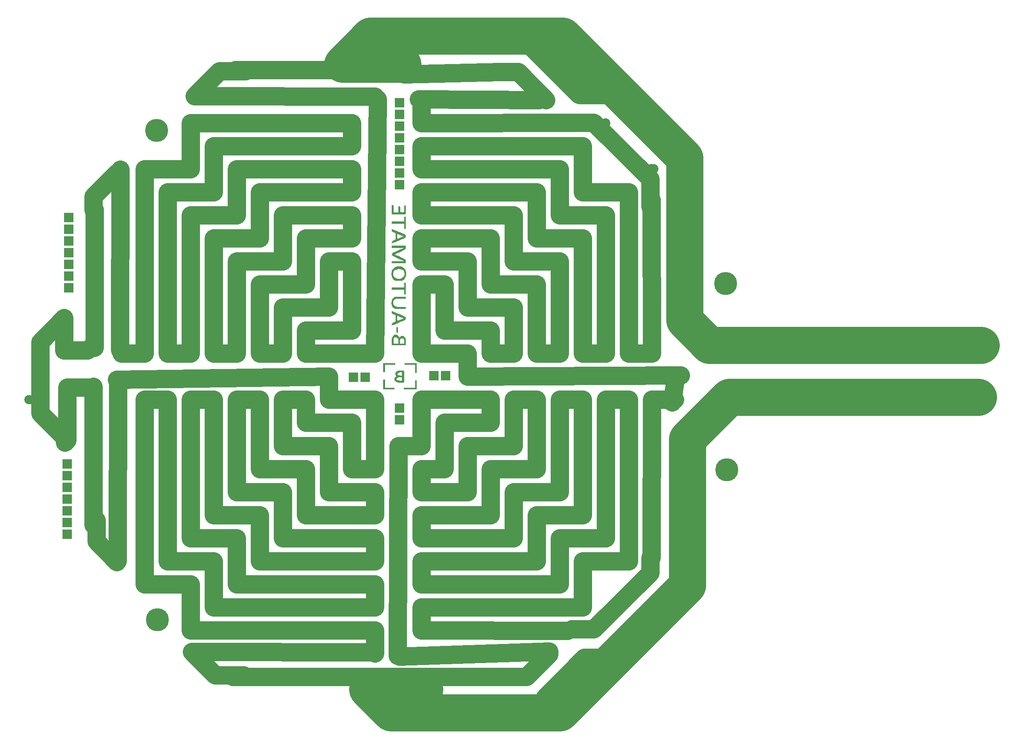
<source format=gbr>
G04 DipTrace 2.4.0.2*
%INTop.gbr*%
%MOIN*%
%ADD12C,0.003*%
%ADD13C,0.0394*%
%ADD14C,0.1575*%
%ADD15C,0.315*%
%ADD16C,0.1969*%
%ADD17C,0.0787*%
%ADD18R,0.0787X0.0787*%
%ADD19R,0.0591X0.0591*%
%ADD20C,0.0591*%
%FSLAX44Y44*%
G04*
G70*
G90*
G75*
G01*
%LNTop*%
%LPD*%
X19314Y14563D2*
D13*
X19501D1*
D14*
X21501Y12563D1*
X23939D1*
D13*
X24595Y11907D1*
X24689Y12000D1*
X19751Y62006D2*
D14*
X21876Y64131D1*
X24064D1*
X23939Y64256D1*
X39378Y11375D2*
D15*
X34503D1*
X36503Y9375D1*
X50942D1*
X61818Y20251D1*
Y32753D1*
X65381Y36315D1*
X86633D1*
X37503Y64756D2*
X32377D1*
X34753Y67131D1*
X51192D1*
X61568Y56755D1*
Y42879D1*
X63693Y40753D1*
X86883D1*
X60505Y35878D2*
D14*
X60818Y38003D1*
X53130Y59755D2*
X53817D1*
X58630Y54942D1*
Y52567D1*
X58755Y52692D1*
X51942Y16501D2*
X53817D1*
X58630Y21314D1*
Y22626D1*
X58755Y22751D1*
Y24377D1*
X46066Y12438D2*
X48067D1*
X50004Y14376D1*
X11125Y52317D2*
Y53442D1*
X13125Y55442D1*
X13250D1*
X11375Y25814D2*
Y24002D1*
X13125Y22251D1*
X45879Y64068D2*
X47379D1*
X49754Y61693D1*
X49629Y10688D2*
X53005Y14063D1*
X54505D1*
X48754Y66194D2*
D16*
X52630Y62318D1*
X55067D1*
X11063Y37128D2*
D14*
X8875D1*
Y32628D1*
X8688Y32440D1*
X11063Y40753D2*
X10625Y40316D1*
X8625D1*
Y43066D1*
X6562Y41003D1*
Y34940D1*
X8875Y32628D1*
D16*
X16501Y59068D3*
X16563Y17313D3*
X65193Y30127D3*
X65068Y46004D3*
D18*
X37253Y54442D3*
Y55442D3*
Y56442D3*
Y57442D3*
Y58442D3*
Y59442D3*
Y60442D3*
Y61442D3*
X9000Y45629D3*
Y46629D3*
Y47629D3*
Y48629D3*
Y49629D3*
Y50629D3*
Y51629D3*
X8875Y24627D3*
Y25627D3*
Y26627D3*
Y27627D3*
Y28627D3*
Y29627D3*
Y30627D3*
D19*
Y24627D3*
D20*
Y25627D3*
Y26627D3*
Y27627D3*
Y28627D3*
Y29627D3*
Y30627D3*
D18*
X33315Y38003D3*
X34315D3*
X40191Y38128D3*
X41191D3*
X37253Y34378D3*
Y35378D3*
Y14188D2*
D14*
X50004Y14626D1*
X19501Y14563D2*
X34909Y14537D1*
X23007Y12440D2*
X34818D1*
X34446D2*
X46257D1*
X19751Y62006D2*
X35159Y61979D1*
X38878Y61756D2*
X49129Y61693D1*
X37633Y63883D2*
X45879Y64068D1*
X23257Y64258D2*
X35068D1*
X13493Y40034D2*
D17*
G02X13493Y40034I13J0D01*
G01*
X15474D2*
D14*
X13506D1*
X13493D2*
D17*
G02X13493Y40034I13J0D01*
G01*
X15461D2*
G02X15461Y40034I13J0D01*
G01*
X15474Y55782D2*
D14*
Y40034D1*
X15461D2*
D17*
G02X15461Y40034I13J0D01*
G01*
Y55782D2*
G02X15461Y55782I13J0D01*
G01*
X19411D2*
D14*
X15474D1*
X15461D2*
D17*
G02X15461Y55782I13J0D01*
G01*
X19398D2*
G02X19398Y55782I13J0D01*
G01*
X19411Y59719D2*
D14*
Y55782D1*
X19398D2*
D17*
G02X19398Y55782I13J0D01*
G01*
Y59719D2*
G02X19398Y59719I13J0D01*
G01*
X33191D2*
D14*
X19411D1*
X19398D2*
D17*
G02X19398Y59719I13J0D01*
G01*
X33178D2*
G02X33178Y59719I13J0D01*
G01*
X33191Y57751D2*
D14*
Y59719D1*
X33178D2*
D17*
G02X33178Y59719I13J0D01*
G01*
Y57751D2*
G02X33178Y57751I13J0D01*
G01*
X21380D2*
D14*
X33191D1*
X33178D2*
D17*
G02X33178Y57751I13J0D01*
G01*
X21367D2*
G02X21367Y57751I13J0D01*
G01*
X21380Y53814D2*
D14*
Y57751D1*
X21367D2*
D17*
G02X21367Y57751I13J0D01*
G01*
Y53814D2*
G02X21367Y53814I13J0D01*
G01*
X17443D2*
D14*
X21380D1*
X21367D2*
D17*
G02X21367Y53814I13J0D01*
G01*
X17430D2*
G02X17430Y53814I13J0D01*
G01*
X17443Y40034D2*
D14*
Y53814D1*
X17430D2*
D17*
G02X17430Y53814I13J0D01*
G01*
Y40034D2*
G02X17430Y40034I13J0D01*
G01*
X19411D2*
D14*
X17443D1*
X17430D2*
D17*
G02X17430Y40034I13J0D01*
G01*
X19398D2*
G02X19398Y40034I13J0D01*
G01*
X19411Y51845D2*
D14*
Y40034D1*
X19398D2*
D17*
G02X19398Y40034I13J0D01*
G01*
Y51845D2*
G02X19398Y51845I13J0D01*
G01*
X23348D2*
D14*
X19411D1*
X19398D2*
D17*
G02X19398Y51845I13J0D01*
G01*
X23335D2*
G02X23335Y51845I13J0D01*
G01*
X23348Y55782D2*
D14*
Y51845D1*
X23335D2*
D17*
G02X23335Y51845I13J0D01*
G01*
Y55782D2*
G02X23335Y55782I13J0D01*
G01*
X33191D2*
D14*
X23348D1*
X23335D2*
D17*
G02X23335Y55782I13J0D01*
G01*
X33178D2*
G02X33178Y55782I13J0D01*
G01*
X33191Y53814D2*
D14*
Y55782D1*
X33178D2*
D17*
G02X33178Y55782I13J0D01*
G01*
Y53814D2*
G02X33178Y53814I13J0D01*
G01*
X25317D2*
D14*
X33191D1*
X33178D2*
D17*
G02X33178Y53814I13J0D01*
G01*
X25304D2*
G02X25304Y53814I13J0D01*
G01*
X25317Y49877D2*
D14*
Y53814D1*
X25304D2*
D17*
G02X25304Y53814I13J0D01*
G01*
Y49877D2*
G02X25304Y49877I13J0D01*
G01*
X21380D2*
D14*
X25317D1*
X25304D2*
D17*
G02X25304Y49877I13J0D01*
G01*
X21367D2*
G02X21367Y49877I13J0D01*
G01*
X21380Y40034D2*
D14*
Y49877D1*
X21367D2*
D17*
G02X21367Y49877I13J0D01*
G01*
Y40034D2*
G02X21367Y40034I13J0D01*
G01*
X23348D2*
D14*
X21380D1*
X21367D2*
D17*
G02X21367Y40034I13J0D01*
G01*
X23335D2*
G02X23335Y40034I13J0D01*
G01*
X23348Y47908D2*
D14*
Y40034D1*
X23335D2*
D17*
G02X23335Y40034I13J0D01*
G01*
Y47908D2*
G02X23335Y47908I13J0D01*
G01*
X27285D2*
D14*
X23348D1*
X23335D2*
D17*
G02X23335Y47908I13J0D01*
G01*
X27272D2*
G02X27272Y47908I13J0D01*
G01*
X27285Y51845D2*
D14*
Y47908D1*
X27272D2*
D17*
G02X27272Y47908I13J0D01*
G01*
Y51845D2*
G02X27272Y51845I13J0D01*
G01*
X33191D2*
D14*
X27285D1*
X27272D2*
D17*
G02X27272Y51845I13J0D01*
G01*
X33178D2*
G02X33178Y51845I13J0D01*
G01*
X33191Y49877D2*
D14*
Y51845D1*
X33178D2*
D17*
G02X33178Y51845I13J0D01*
G01*
Y49877D2*
G02X33178Y49877I13J0D01*
G01*
X29254D2*
D14*
X33191D1*
X33178D2*
D17*
G02X33178Y49877I13J0D01*
G01*
X29241D2*
G02X29241Y49877I13J0D01*
G01*
X29254Y45940D2*
D14*
Y49877D1*
X29241D2*
D17*
G02X29241Y49877I13J0D01*
G01*
Y45940D2*
G02X29241Y45940I13J0D01*
G01*
X25317D2*
D14*
X29254D1*
X29241D2*
D17*
G02X29241Y45940I13J0D01*
G01*
X25304D2*
G02X25304Y45940I13J0D01*
G01*
X25317Y40034D2*
D14*
Y45940D1*
X25304D2*
D17*
G02X25304Y45940I13J0D01*
G01*
Y40034D2*
G02X25304Y40034I13J0D01*
G01*
X27285D2*
D14*
X25317D1*
X25304D2*
D17*
G02X25304Y40034I13J0D01*
G01*
X27272D2*
G02X27272Y40034I13J0D01*
G01*
X27285Y43971D2*
D14*
Y40034D1*
X27272D2*
D17*
G02X27272Y40034I13J0D01*
G01*
Y43971D2*
G02X27272Y43971I13J0D01*
G01*
X31222D2*
D14*
X27285D1*
X27272D2*
D17*
G02X27272Y43971I13J0D01*
G01*
X31209D2*
G02X31209Y43971I13J0D01*
G01*
X31222Y47908D2*
D14*
Y43971D1*
X31209D2*
D17*
G02X31209Y43971I13J0D01*
G01*
Y47908D2*
G02X31209Y47908I13J0D01*
G01*
X33191D2*
D14*
X31222D1*
X31209D2*
D17*
G02X31209Y47908I13J0D01*
G01*
X33178D2*
G02X33178Y47908I13J0D01*
G01*
X33191Y42003D2*
D14*
Y47908D1*
X33178D2*
D17*
G02X33178Y47908I13J0D01*
G01*
Y42003D2*
G02X33178Y42003I13J0D01*
G01*
X29254D2*
D14*
X33191D1*
X33178D2*
D17*
G02X33178Y42003I13J0D01*
G01*
X29241D2*
G02X29241Y42003I13J0D01*
G01*
X29254Y40034D2*
D14*
Y42003D1*
X29241D2*
D17*
G02X29241Y42003I13J0D01*
G01*
Y40034D2*
G02X29241Y40034I13J0D01*
G01*
X35159D2*
D14*
X29254D1*
X29241D2*
D17*
G02X29241Y40034I13J0D01*
G01*
X35146D2*
G02X35146Y40034I13J0D01*
G01*
X35159D2*
D14*
X35378Y61756D1*
X35146Y40034D2*
D17*
G02X35146Y40034I13J0D01*
G01*
X5619Y36097D2*
G02X5619Y36097I13J0D01*
G01*
G02X5619Y36097I13J0D01*
G01*
X35146Y14444D2*
G02X35146Y14444I13J0D01*
G01*
X35159Y16412D2*
D14*
Y14444D1*
X35146D2*
D17*
G02X35146Y14444I13J0D01*
G01*
Y16412D2*
G02X35146Y16412I13J0D01*
G01*
X19411D2*
D14*
X35159D1*
X35146D2*
D17*
G02X35146Y16412I13J0D01*
G01*
X19398D2*
G02X19398Y16412I13J0D01*
G01*
X19411Y20349D2*
D14*
Y16412D1*
X19398D2*
D17*
G02X19398Y16412I13J0D01*
G01*
Y20349D2*
G02X19398Y20349I13J0D01*
G01*
X15474D2*
D14*
X19411D1*
X19398D2*
D17*
G02X19398Y20349I13J0D01*
G01*
X15461D2*
G02X15461Y20349I13J0D01*
G01*
X15474Y36097D2*
D14*
Y20349D1*
X15461D2*
D17*
G02X15461Y20349I13J0D01*
G01*
Y36097D2*
G02X15461Y36097I13J0D01*
G01*
X17443D2*
D14*
X15474D1*
X15461D2*
D17*
G02X15461Y36097I13J0D01*
G01*
X17430D2*
G02X17430Y36097I13J0D01*
G01*
X17443Y22318D2*
D14*
Y36097D1*
X17430D2*
D17*
G02X17430Y36097I13J0D01*
G01*
Y22318D2*
G02X17430Y22318I13J0D01*
G01*
X21380D2*
D14*
X17443D1*
X17430D2*
D17*
G02X17430Y22318I13J0D01*
G01*
X21367D2*
G02X21367Y22318I13J0D01*
G01*
X21380Y18381D2*
D14*
Y22318D1*
X21367D2*
D17*
G02X21367Y22318I13J0D01*
G01*
Y18381D2*
G02X21367Y18381I13J0D01*
G01*
X35159D2*
D14*
X21380D1*
X21367D2*
D17*
G02X21367Y18381I13J0D01*
G01*
X35146D2*
G02X35146Y18381I13J0D01*
G01*
X35159Y20349D2*
D14*
Y18381D1*
X35146D2*
D17*
G02X35146Y18381I13J0D01*
G01*
Y20349D2*
G02X35146Y20349I13J0D01*
G01*
X23348D2*
D14*
X35159D1*
X35146D2*
D17*
G02X35146Y20349I13J0D01*
G01*
X23335D2*
G02X23335Y20349I13J0D01*
G01*
X23348Y24286D2*
D14*
Y20349D1*
X23335D2*
D17*
G02X23335Y20349I13J0D01*
G01*
Y24286D2*
G02X23335Y24286I13J0D01*
G01*
X19411D2*
D14*
X23348D1*
X23335D2*
D17*
G02X23335Y24286I13J0D01*
G01*
X19398D2*
G02X19398Y24286I13J0D01*
G01*
X19411Y36097D2*
D14*
Y24286D1*
X19398D2*
D17*
G02X19398Y24286I13J0D01*
G01*
Y36097D2*
G02X19398Y36097I13J0D01*
G01*
X21380D2*
D14*
X19411D1*
X19398D2*
D17*
G02X19398Y36097I13J0D01*
G01*
X21367D2*
G02X21367Y36097I13J0D01*
G01*
X21380Y26255D2*
D14*
Y36097D1*
X21367D2*
D17*
G02X21367Y36097I13J0D01*
G01*
Y26255D2*
G02X21367Y26255I13J0D01*
G01*
X25317D2*
D14*
X21380D1*
X21367D2*
D17*
G02X21367Y26255I13J0D01*
G01*
X25304D2*
G02X25304Y26255I13J0D01*
G01*
X25317Y22318D2*
D14*
Y26255D1*
X25304D2*
D17*
G02X25304Y26255I13J0D01*
G01*
Y22318D2*
G02X25304Y22318I13J0D01*
G01*
X35159D2*
D14*
X25317D1*
X25304D2*
D17*
G02X25304Y22318I13J0D01*
G01*
X35146D2*
G02X35146Y22318I13J0D01*
G01*
X35159Y24286D2*
D14*
Y22318D1*
X35146D2*
D17*
G02X35146Y22318I13J0D01*
G01*
Y24286D2*
G02X35146Y24286I13J0D01*
G01*
X27285D2*
D14*
X35159D1*
X35146D2*
D17*
G02X35146Y24286I13J0D01*
G01*
X27272D2*
G02X27272Y24286I13J0D01*
G01*
X27285Y28223D2*
D14*
Y24286D1*
X27272D2*
D17*
G02X27272Y24286I13J0D01*
G01*
Y28223D2*
G02X27272Y28223I13J0D01*
G01*
X23348D2*
D14*
X27285D1*
X27272D2*
D17*
G02X27272Y28223I13J0D01*
G01*
X23335D2*
G02X23335Y28223I13J0D01*
G01*
X23348Y36097D2*
D14*
Y28223D1*
X23335D2*
D17*
G02X23335Y28223I13J0D01*
G01*
Y36097D2*
G02X23335Y36097I13J0D01*
G01*
X25317D2*
D14*
X23348D1*
X23335D2*
D17*
G02X23335Y36097I13J0D01*
G01*
X25304D2*
G02X25304Y36097I13J0D01*
G01*
X25317Y30192D2*
D14*
Y36097D1*
X25304D2*
D17*
G02X25304Y36097I13J0D01*
G01*
Y30192D2*
G02X25304Y30192I13J0D01*
G01*
X29254D2*
D14*
X25317D1*
X25304D2*
D17*
G02X25304Y30192I13J0D01*
G01*
X29241D2*
G02X29241Y30192I13J0D01*
G01*
X29254Y26255D2*
D14*
Y30192D1*
X29241D2*
D17*
G02X29241Y30192I13J0D01*
G01*
Y26255D2*
G02X29241Y26255I13J0D01*
G01*
X35159D2*
D14*
X29254D1*
X29241D2*
D17*
G02X29241Y26255I13J0D01*
G01*
X35146D2*
G02X35146Y26255I13J0D01*
G01*
X35159Y28223D2*
D14*
Y26255D1*
X35146D2*
D17*
G02X35146Y26255I13J0D01*
G01*
Y28223D2*
G02X35146Y28223I13J0D01*
G01*
X31222D2*
D14*
X35159D1*
X35146D2*
D17*
G02X35146Y28223I13J0D01*
G01*
X31209D2*
G02X31209Y28223I13J0D01*
G01*
X31222Y32160D2*
D14*
Y28223D1*
X31209D2*
D17*
G02X31209Y28223I13J0D01*
G01*
Y32160D2*
G02X31209Y32160I13J0D01*
G01*
X27285D2*
D14*
X31222D1*
X31209D2*
D17*
G02X31209Y32160I13J0D01*
G01*
X27272D2*
G02X27272Y32160I13J0D01*
G01*
X27285Y36097D2*
D14*
Y32160D1*
X27272D2*
D17*
G02X27272Y32160I13J0D01*
G01*
Y36097D2*
G02X27272Y36097I13J0D01*
G01*
X29254D2*
D14*
X27285D1*
X27272D2*
D17*
G02X27272Y36097I13J0D01*
G01*
X29241D2*
G02X29241Y36097I13J0D01*
G01*
X29254Y34129D2*
D14*
Y36097D1*
X29241D2*
D17*
G02X29241Y36097I13J0D01*
G01*
Y34129D2*
G02X29241Y34129I13J0D01*
G01*
X33191D2*
D14*
X29254D1*
X29241D2*
D17*
G02X29241Y34129I13J0D01*
G01*
X33178D2*
G02X33178Y34129I13J0D01*
G01*
X33191Y30192D2*
D14*
Y34129D1*
X33178D2*
D17*
G02X33178Y34129I13J0D01*
G01*
Y30192D2*
G02X33178Y30192I13J0D01*
G01*
X35159D2*
D14*
X33191D1*
X33178D2*
D17*
G02X33178Y30192I13J0D01*
G01*
X35146D2*
G02X35146Y30192I13J0D01*
G01*
X35159Y36097D2*
D14*
Y30192D1*
X35146D2*
D17*
G02X35146Y30192I13J0D01*
G01*
Y36097D2*
G02X35146Y36097I13J0D01*
G01*
X31222D2*
D14*
X35159D1*
X35146D2*
D17*
G02X35146Y36097I13J0D01*
G01*
X31209D2*
G02X31209Y36097I13J0D01*
G01*
X31222Y38066D2*
D14*
Y36097D1*
X31209D2*
D17*
G02X31209Y36097I13J0D01*
G01*
Y38066D2*
G02X31209Y38066I13J0D01*
G01*
X13125Y37816D2*
D14*
X31222Y38066D1*
X31209D2*
D17*
G02X31209Y38066I13J0D01*
G01*
X60737Y36097D2*
G02X60737Y36097I13J0D01*
G01*
X58782D2*
D14*
X60750D1*
X60737D2*
D17*
G02X60737Y36097I13J0D01*
G01*
X58768D2*
G02X58768Y36097I13J0D01*
G01*
X58755Y22626D2*
D14*
X58782Y36097D1*
X58768D2*
D17*
G02X58768Y36097I13J0D01*
G01*
X13378Y40349D2*
D14*
X13404Y55758D1*
X13191Y22347D2*
X13217Y37756D1*
X11223Y40538D2*
Y52349D1*
X39096Y16412D2*
X51567Y16376D1*
X39083Y16412D2*
D17*
G02X39083Y16412I13J0D01*
G01*
X39096Y18381D2*
D14*
Y16412D1*
X39083D2*
D17*
G02X39083Y16412I13J0D01*
G01*
Y18381D2*
G02X39083Y18381I13J0D01*
G01*
X52876D2*
D14*
X39096D1*
X39083D2*
D17*
G02X39083Y18381I13J0D01*
G01*
X52863D2*
G02X52863Y18381I13J0D01*
G01*
X52876Y22318D2*
D14*
Y18381D1*
X52863D2*
D17*
G02X52863Y18381I13J0D01*
G01*
Y22318D2*
G02X52863Y22318I13J0D01*
G01*
X56813D2*
D14*
X52876D1*
X52863D2*
D17*
G02X52863Y22318I13J0D01*
G01*
X56800D2*
G02X56800Y22318I13J0D01*
G01*
X56813Y36097D2*
D14*
Y22318D1*
X56800D2*
D17*
G02X56800Y22318I13J0D01*
G01*
Y36097D2*
G02X56800Y36097I13J0D01*
G01*
X54845D2*
D14*
X56813D1*
X56800D2*
D17*
G02X56800Y36097I13J0D01*
G01*
X54831D2*
G02X54831Y36097I13J0D01*
G01*
X54845Y24286D2*
D14*
Y36097D1*
X54831D2*
D17*
G02X54831Y36097I13J0D01*
G01*
Y24286D2*
G02X54831Y24286I13J0D01*
G01*
X50908D2*
D14*
X54845D1*
X54831D2*
D17*
G02X54831Y24286I13J0D01*
G01*
X50894D2*
G02X50894Y24286I13J0D01*
G01*
X50908Y20349D2*
D14*
Y24286D1*
X50894D2*
D17*
G02X50894Y24286I13J0D01*
G01*
Y20349D2*
G02X50894Y20349I13J0D01*
G01*
X39096D2*
D14*
X50908D1*
X50894D2*
D17*
G02X50894Y20349I13J0D01*
G01*
X39083D2*
G02X39083Y20349I13J0D01*
G01*
X39096Y22318D2*
D14*
Y20349D1*
X39083D2*
D17*
G02X39083Y20349I13J0D01*
G01*
Y22318D2*
G02X39083Y22318I13J0D01*
G01*
X48939D2*
D14*
X39096D1*
X39083D2*
D17*
G02X39083Y22318I13J0D01*
G01*
X48926D2*
G02X48926Y22318I13J0D01*
G01*
X48939Y26255D2*
D14*
Y22318D1*
X48926D2*
D17*
G02X48926Y22318I13J0D01*
G01*
Y26255D2*
G02X48926Y26255I13J0D01*
G01*
X52876D2*
D14*
X48939D1*
X48926D2*
D17*
G02X48926Y26255I13J0D01*
G01*
X52863D2*
G02X52863Y26255I13J0D01*
G01*
X52876Y36097D2*
D14*
Y26255D1*
X52863D2*
D17*
G02X52863Y26255I13J0D01*
G01*
Y36097D2*
G02X52863Y36097I13J0D01*
G01*
X50908D2*
D14*
X52876D1*
X52863D2*
D17*
G02X52863Y36097I13J0D01*
G01*
X50894D2*
G02X50894Y36097I13J0D01*
G01*
X50908Y28223D2*
D14*
Y36097D1*
X50894D2*
D17*
G02X50894Y36097I13J0D01*
G01*
Y28223D2*
G02X50894Y28223I13J0D01*
G01*
X46971D2*
D14*
X50908D1*
X50894D2*
D17*
G02X50894Y28223I13J0D01*
G01*
X46957D2*
G02X46957Y28223I13J0D01*
G01*
X46971Y24286D2*
D14*
Y28223D1*
X46957D2*
D17*
G02X46957Y28223I13J0D01*
G01*
Y24286D2*
G02X46957Y24286I13J0D01*
G01*
X39096D2*
D14*
X46971D1*
X46957D2*
D17*
G02X46957Y24286I13J0D01*
G01*
X39083D2*
G02X39083Y24286I13J0D01*
G01*
X39096Y26255D2*
D14*
Y24286D1*
X39083D2*
D17*
G02X39083Y24286I13J0D01*
G01*
Y26255D2*
G02X39083Y26255I13J0D01*
G01*
X45002D2*
D14*
X39096D1*
X39083D2*
D17*
G02X39083Y26255I13J0D01*
G01*
X44989D2*
G02X44989Y26255I13J0D01*
G01*
X45002Y30192D2*
D14*
Y26255D1*
X44989D2*
D17*
G02X44989Y26255I13J0D01*
G01*
Y30192D2*
G02X44989Y30192I13J0D01*
G01*
X48939D2*
D14*
X45002D1*
X44989D2*
D17*
G02X44989Y30192I13J0D01*
G01*
X48926D2*
G02X48926Y30192I13J0D01*
G01*
X48939Y36097D2*
D14*
Y30192D1*
X48926D2*
D17*
G02X48926Y30192I13J0D01*
G01*
Y36097D2*
G02X48926Y36097I13J0D01*
G01*
X46971D2*
D14*
X48939D1*
X48926D2*
D17*
G02X48926Y36097I13J0D01*
G01*
X46957D2*
G02X46957Y36097I13J0D01*
G01*
X46971Y32160D2*
D14*
Y36097D1*
X46957D2*
D17*
G02X46957Y36097I13J0D01*
G01*
Y32160D2*
G02X46957Y32160I13J0D01*
G01*
X43034D2*
D14*
X46971D1*
X46957D2*
D17*
G02X46957Y32160I13J0D01*
G01*
X43020D2*
G02X43020Y32160I13J0D01*
G01*
X43034Y28223D2*
D14*
Y32160D1*
X43020D2*
D17*
G02X43020Y32160I13J0D01*
G01*
Y28223D2*
G02X43020Y28223I13J0D01*
G01*
X39096D2*
D14*
X43034D1*
X43020D2*
D17*
G02X43020Y28223I13J0D01*
G01*
X39083D2*
G02X39083Y28223I13J0D01*
G01*
X39096Y30192D2*
D14*
Y28223D1*
X39083D2*
D17*
G02X39083Y28223I13J0D01*
G01*
Y30192D2*
G02X39083Y30192I13J0D01*
G01*
X41065D2*
D14*
X39096D1*
X39083D2*
D17*
G02X39083Y30192I13J0D01*
G01*
X41052D2*
G02X41052Y30192I13J0D01*
G01*
X41065Y34129D2*
D14*
Y30192D1*
X41052D2*
D17*
G02X41052Y30192I13J0D01*
G01*
Y34129D2*
G02X41052Y34129I13J0D01*
G01*
X45002D2*
D14*
X41065D1*
X41052D2*
D17*
G02X41052Y34129I13J0D01*
G01*
X44989D2*
G02X44989Y34129I13J0D01*
G01*
X45002Y36097D2*
D14*
Y34129D1*
X44989D2*
D17*
G02X44989Y34129I13J0D01*
G01*
Y36097D2*
G02X44989Y36097I13J0D01*
G01*
X39096D2*
D14*
X45002D1*
X44989D2*
D17*
G02X44989Y36097I13J0D01*
G01*
X39083D2*
G02X39083Y36097I13J0D01*
G01*
X39096D2*
D14*
Y32160D1*
X39083D2*
D17*
G02X39083Y32160I13J0D01*
G01*
Y36097D2*
G02X39083Y36097I13J0D01*
G01*
X39096Y32160D2*
D14*
X37128D1*
X37115D2*
D17*
G02X37115Y32160I13J0D01*
G01*
X39083D2*
G02X39083Y32160I13J0D01*
G01*
X37128D2*
D14*
X37065Y14251D1*
X37115Y32160D2*
D17*
G02X37115Y32160I13J0D01*
G01*
X39083Y61688D2*
G02X39083Y61688I13J0D01*
G01*
X39096Y59719D2*
D14*
Y61688D1*
X39083D2*
D17*
G02X39083Y61688I13J0D01*
G01*
Y59719D2*
G02X39083Y59719I13J0D01*
G01*
X52880Y59755D2*
D14*
X39096Y59719D1*
X39083D2*
D17*
G02X39083Y59719I13J0D01*
G01*
X54831D2*
G02X54831Y59719I13J0D01*
G01*
G02X54831Y59719I13J0D01*
G01*
X58943Y55782D2*
Y55783D1*
Y55784D1*
Y55785D1*
Y55786D1*
Y55787D1*
Y55788D1*
Y55789D1*
Y55790D1*
Y55791D1*
Y55792D1*
Y55793D1*
Y55794D1*
Y55795D1*
Y55794D1*
Y55793D1*
Y55792D1*
Y55791D1*
Y55790D1*
Y55789D1*
Y55788D1*
Y55787D1*
Y55786D1*
Y55785D1*
Y55784D1*
Y55783D1*
Y55782D1*
Y55781D1*
Y55780D1*
Y55779D1*
Y55778D1*
Y55777D1*
Y55776D1*
Y55775D1*
Y55774D1*
Y55773D1*
Y55772D1*
Y55771D1*
Y55770D1*
Y55769D1*
Y55770D1*
Y55771D1*
Y55772D1*
Y55773D1*
Y55774D1*
Y55775D1*
Y55776D1*
Y55777D1*
Y55778D1*
Y55779D1*
Y55780D1*
Y55781D1*
Y55782D1*
X58782Y40034D2*
D14*
X58755Y53192D1*
X58630Y55782D2*
D17*
Y55783D1*
X58631Y55784D1*
X58632Y55785D1*
X58633Y55786D1*
X58635Y55787D1*
X58637D1*
X58640Y55788D1*
X58643Y55789D1*
X58646Y55790D1*
X58649Y55791D1*
X58653D1*
X58657Y55792D1*
X58662D1*
X58666Y55793D1*
X58671D1*
X58676Y55794D1*
X58682D1*
X58687Y55795D1*
X58693D1*
X58698D1*
X58704D1*
X58710D1*
X58715D1*
X58721D1*
X58727D1*
X58732D1*
X58738D1*
X58743Y55794D1*
X58748D1*
X58754Y55793D1*
X58758D1*
X58763Y55792D1*
X58767D1*
X58772Y55791D1*
X58775D1*
X58779Y55790D1*
X58782Y55789D1*
X58785Y55788D1*
X58788Y55787D1*
X58790D1*
X58791Y55786D1*
X58793Y55785D1*
X58794Y55784D1*
Y55783D1*
X58795Y55782D1*
X58794Y55781D1*
Y55780D1*
X58793Y55779D1*
X58791D1*
X58790Y55778D1*
X58788Y55777D1*
X58785Y55776D1*
X58782Y55775D1*
X58779Y55774D1*
X58775D1*
X58772Y55773D1*
X58767Y55772D1*
X58763D1*
X58758Y55771D1*
X58754D1*
X58748Y55770D1*
X58743D1*
X58738D1*
X58732Y55769D1*
X58727D1*
X58721D1*
X58715D1*
X58710D1*
X58704D1*
X58698D1*
X58693D1*
X58687Y55770D1*
X58682D1*
X58676D1*
X58671Y55771D1*
X58666D1*
X58662Y55772D1*
X58657D1*
X58653Y55773D1*
X58649Y55774D1*
X58646D1*
X58643Y55775D1*
X58640Y55776D1*
X58637Y55777D1*
X58635Y55778D1*
X58633Y55779D1*
X58632D1*
X58631Y55780D1*
X58630Y55781D1*
Y55782D1*
X58768Y40034D2*
G02X58768Y40034I13J0D01*
G01*
X56813D2*
D14*
X58782D1*
X58768D2*
D17*
G02X58768Y40034I13J0D01*
G01*
X56800D2*
G02X56800Y40034I13J0D01*
G01*
X56813Y53814D2*
D14*
Y40034D1*
X56800D2*
D17*
G02X56800Y40034I13J0D01*
G01*
Y53814D2*
G02X56800Y53814I13J0D01*
G01*
X52876D2*
D14*
X56813D1*
X56800D2*
D17*
G02X56800Y53814I13J0D01*
G01*
X52863D2*
G02X52863Y53814I13J0D01*
G01*
X52876Y57751D2*
D14*
Y53814D1*
X52863D2*
D17*
G02X52863Y53814I13J0D01*
G01*
Y57751D2*
G02X52863Y57751I13J0D01*
G01*
X39096D2*
D14*
X52876D1*
X52863D2*
D17*
G02X52863Y57751I13J0D01*
G01*
X39083D2*
G02X39083Y57751I13J0D01*
G01*
X39096Y55782D2*
D14*
Y57751D1*
X39083D2*
D17*
G02X39083Y57751I13J0D01*
G01*
Y55782D2*
G02X39083Y55782I13J0D01*
G01*
X50908D2*
D14*
X39096D1*
X39083D2*
D17*
G02X39083Y55782I13J0D01*
G01*
X50894D2*
G02X50894Y55782I13J0D01*
G01*
X50908Y51845D2*
D14*
Y55782D1*
X50894D2*
D17*
G02X50894Y55782I13J0D01*
G01*
Y51845D2*
G02X50894Y51845I13J0D01*
G01*
X54845D2*
D14*
X50908D1*
X50894D2*
D17*
G02X50894Y51845I13J0D01*
G01*
X54831D2*
G02X54831Y51845I13J0D01*
G01*
X54845Y40034D2*
D14*
Y51845D1*
X54831D2*
D17*
G02X54831Y51845I13J0D01*
G01*
Y40034D2*
G02X54831Y40034I13J0D01*
G01*
X52876D2*
D14*
X54845D1*
X54831D2*
D17*
G02X54831Y40034I13J0D01*
G01*
X52863D2*
G02X52863Y40034I13J0D01*
G01*
X52876Y49877D2*
D14*
Y40034D1*
X52863D2*
D17*
G02X52863Y40034I13J0D01*
G01*
Y49877D2*
G02X52863Y49877I13J0D01*
G01*
X48939D2*
D14*
X52876D1*
X52863D2*
D17*
G02X52863Y49877I13J0D01*
G01*
X48926D2*
G02X48926Y49877I13J0D01*
G01*
X48939Y53814D2*
D14*
Y49877D1*
X48926D2*
D17*
G02X48926Y49877I13J0D01*
G01*
Y53814D2*
G02X48926Y53814I13J0D01*
G01*
X39096D2*
D14*
X48939D1*
X48926D2*
D17*
G02X48926Y53814I13J0D01*
G01*
X39083D2*
G02X39083Y53814I13J0D01*
G01*
X39096Y51845D2*
D14*
Y53814D1*
X39083D2*
D17*
G02X39083Y53814I13J0D01*
G01*
Y51845D2*
G02X39083Y51845I13J0D01*
G01*
X46971D2*
D14*
X39096D1*
X39083D2*
D17*
G02X39083Y51845I13J0D01*
G01*
X46957D2*
G02X46957Y51845I13J0D01*
G01*
X46971Y47908D2*
D14*
Y51845D1*
X46957D2*
D17*
G02X46957Y51845I13J0D01*
G01*
Y47908D2*
G02X46957Y47908I13J0D01*
G01*
X50908D2*
D14*
X46971D1*
X46957D2*
D17*
G02X46957Y47908I13J0D01*
G01*
X50894D2*
G02X50894Y47908I13J0D01*
G01*
X50908Y40034D2*
D14*
Y47908D1*
X50894D2*
D17*
G02X50894Y47908I13J0D01*
G01*
Y40034D2*
G02X50894Y40034I13J0D01*
G01*
X48939D2*
D14*
X50908D1*
X50894D2*
D17*
G02X50894Y40034I13J0D01*
G01*
X48926D2*
G02X48926Y40034I13J0D01*
G01*
X48939Y45940D2*
D14*
Y40034D1*
X48926D2*
D17*
G02X48926Y40034I13J0D01*
G01*
Y45940D2*
G02X48926Y45940I13J0D01*
G01*
X45002D2*
D14*
X48939D1*
X48926D2*
D17*
G02X48926Y45940I13J0D01*
G01*
X44989D2*
G02X44989Y45940I13J0D01*
G01*
X45002Y49877D2*
D14*
Y45940D1*
X44989D2*
D17*
G02X44989Y45940I13J0D01*
G01*
Y49877D2*
G02X44989Y49877I13J0D01*
G01*
X39096D2*
D14*
X45002D1*
X44989D2*
D17*
G02X44989Y49877I13J0D01*
G01*
X39083D2*
G02X39083Y49877I13J0D01*
G01*
X39096Y47908D2*
D14*
Y49877D1*
X39083D2*
D17*
G02X39083Y49877I13J0D01*
G01*
Y47908D2*
G02X39083Y47908I13J0D01*
G01*
X43034D2*
D14*
X39096D1*
X39083D2*
D17*
G02X39083Y47908I13J0D01*
G01*
X43020D2*
G02X43020Y47908I13J0D01*
G01*
X43034Y43971D2*
D14*
Y47908D1*
X43020D2*
D17*
G02X43020Y47908I13J0D01*
G01*
Y43971D2*
G02X43020Y43971I13J0D01*
G01*
X46971D2*
D14*
X43034D1*
X43020D2*
D17*
G02X43020Y43971I13J0D01*
G01*
X46957D2*
G02X46957Y43971I13J0D01*
G01*
X46971Y40034D2*
D14*
Y43971D1*
X46957D2*
D17*
G02X46957Y43971I13J0D01*
G01*
Y40034D2*
G02X46957Y40034I13J0D01*
G01*
X45002D2*
D14*
X46971D1*
X46957D2*
D17*
G02X46957Y40034I13J0D01*
G01*
X44989D2*
G02X44989Y40034I13J0D01*
G01*
X45002Y42003D2*
D14*
Y40034D1*
X44989D2*
D17*
G02X44989Y40034I13J0D01*
G01*
Y42003D2*
G02X44989Y42003I13J0D01*
G01*
X41065D2*
D14*
X45002D1*
X44989D2*
D17*
G02X44989Y42003I13J0D01*
G01*
X41052D2*
G02X41052Y42003I13J0D01*
G01*
X41065Y45940D2*
D14*
Y42003D1*
X41052D2*
D17*
G02X41052Y42003I13J0D01*
G01*
Y45940D2*
G02X41052Y45940I13J0D01*
G01*
X39096D2*
D14*
X41065D1*
X41052D2*
D17*
G02X41052Y45940I13J0D01*
G01*
X39083D2*
G02X39083Y45940I13J0D01*
G01*
X39096Y40034D2*
D14*
Y45940D1*
X39083D2*
D17*
G02X39083Y45940I13J0D01*
G01*
Y40034D2*
G02X39083Y40034I13J0D01*
G01*
X43034D2*
D14*
X39096D1*
X39083D2*
D17*
G02X39083Y40034I13J0D01*
G01*
X43020D2*
G02X43020Y40034I13J0D01*
G01*
X43034Y38066D2*
D14*
Y40034D1*
X43020D2*
D17*
G02X43020Y40034I13J0D01*
G01*
Y38066D2*
G02X43020Y38066I13J0D01*
G01*
X61256Y38191D2*
D14*
X43034Y38066D1*
X43020D2*
D17*
G02X43020Y38066I13J0D01*
G01*
X11098Y25411D2*
D14*
Y37222D1*
X35843Y39196D2*
D12*
X36830D1*
X37668D2*
X38685D1*
X35843Y39166D2*
X36830D1*
X37668D2*
X38685D1*
X35843Y39136D2*
X36830D1*
X37668D2*
X38685D1*
X35843Y39106D2*
X36830D1*
X37668D2*
X38685D1*
X35843Y39076D2*
X35962D1*
X38565D2*
X38685D1*
X35843Y39046D2*
X35962D1*
X38565D2*
X38685D1*
X35843Y39017D2*
X35962D1*
X38565D2*
X38685D1*
X35843Y38987D2*
X35962D1*
X38565D2*
X38685D1*
X35843Y38957D2*
X35962D1*
X38565D2*
X38685D1*
X35843Y38927D2*
X35962D1*
X38565D2*
X38685D1*
X35843Y38897D2*
X35962D1*
X38565D2*
X38685D1*
X35843Y38867D2*
X35962D1*
X38565D2*
X38685D1*
X35843Y38837D2*
X35962D1*
X38565D2*
X38685D1*
X35843Y38807D2*
X35962D1*
X38565D2*
X38685D1*
X35843Y38777D2*
X35962D1*
X38565D2*
X38685D1*
X35843Y38747D2*
X35962D1*
X38565D2*
X38685D1*
X35843Y38717D2*
X35962D1*
X38565D2*
X38685D1*
X35843Y38687D2*
X35962D1*
X38565D2*
X38685D1*
X35843Y38657D2*
X35962D1*
X38565D2*
X38685D1*
X35843Y38628D2*
X35962D1*
X38565D2*
X38685D1*
X35843Y38598D2*
X35962D1*
X38565D2*
X38685D1*
X35843Y38568D2*
X35962D1*
X37159D2*
X37578D1*
X38565D2*
X38685D1*
X35843Y38538D2*
X35962D1*
X37074D2*
X37592D1*
X38565D2*
X38685D1*
X35843Y38508D2*
X35962D1*
X37006D2*
X37600D1*
X38565D2*
X38685D1*
X35843Y38478D2*
X35962D1*
X36958D2*
X37605D1*
X38565D2*
X38685D1*
X36922Y38448D2*
X37201D1*
X37458D2*
X37607D1*
X38565D2*
X38685D1*
X36907Y38418D2*
X37137D1*
X37458D2*
X37608D1*
X38565D2*
X38685D1*
X36897Y38388D2*
X37086D1*
X37458D2*
X37608D1*
X36893Y38358D2*
X37060D1*
X37458D2*
X37608D1*
X36891Y38328D2*
X37049D1*
X37458D2*
X37608D1*
X36890Y38298D2*
X37045D1*
X37458D2*
X37608D1*
X36891Y38268D2*
X37045D1*
X37458D2*
X37608D1*
X36896Y38239D2*
X37056D1*
X37458D2*
X37608D1*
X36908Y38209D2*
X37088D1*
X37458D2*
X37608D1*
X36928Y38179D2*
X37183D1*
X37458D2*
X37608D1*
X36953Y38149D2*
X37333D1*
X37458D2*
X37608D1*
X36980Y38119D2*
X37608D1*
X36940Y38089D2*
X37608D1*
X36902Y38059D2*
X37608D1*
X36871Y38029D2*
X37608D1*
X36849Y37999D2*
X37075D1*
X37458D2*
X37608D1*
X36834Y37969D2*
X37029D1*
X37458D2*
X37608D1*
X36822Y37939D2*
X36994D1*
X37458D2*
X37608D1*
X36812Y37909D2*
X36968D1*
X37458D2*
X37608D1*
X36806Y37880D2*
X36960D1*
X37458D2*
X37608D1*
X36804Y37850D2*
X36956D1*
X37458D2*
X37608D1*
X35843Y37820D2*
X35962D1*
X36806D2*
X36969D1*
X37458D2*
X37608D1*
X35843Y37790D2*
X35962D1*
X36814D2*
X36988D1*
X37458D2*
X37608D1*
X35843Y37760D2*
X35962D1*
X36826D2*
X37028D1*
X37458D2*
X37608D1*
X38565D2*
X38685D1*
X35843Y37730D2*
X35962D1*
X36844D2*
X37145D1*
X37458D2*
X37608D1*
X38565D2*
X38685D1*
X35843Y37700D2*
X35962D1*
X36869D2*
X37326D1*
X37458D2*
X37608D1*
X38565D2*
X38685D1*
X35843Y37670D2*
X35962D1*
X36906D2*
X37607D1*
X38565D2*
X38685D1*
X35843Y37640D2*
X35962D1*
X36963D2*
X37602D1*
X38565D2*
X38685D1*
X35843Y37610D2*
X35962D1*
X37041D2*
X37592D1*
X38565D2*
X38685D1*
X35843Y37580D2*
X35962D1*
X37129D2*
X37578D1*
X38565D2*
X38685D1*
X35843Y37550D2*
X35962D1*
X38565D2*
X38685D1*
X35843Y37520D2*
X35962D1*
X38565D2*
X38685D1*
X35843Y37491D2*
X35962D1*
X38565D2*
X38685D1*
X35843Y37461D2*
X35962D1*
X38565D2*
X38685D1*
X35843Y37431D2*
X35962D1*
X38565D2*
X38685D1*
X35843Y37401D2*
X35962D1*
X38565D2*
X38685D1*
X35843Y37371D2*
X35962D1*
X38565D2*
X38685D1*
X35843Y37341D2*
X35962D1*
X38565D2*
X38685D1*
X35843Y37311D2*
X35962D1*
X38565D2*
X38685D1*
X35843Y37281D2*
X35962D1*
X38565D2*
X38685D1*
X35843Y37251D2*
X35962D1*
X38565D2*
X38685D1*
X35843Y37221D2*
X35962D1*
X38565D2*
X38685D1*
X35843Y37191D2*
X35962D1*
X38565D2*
X38685D1*
X35843Y37161D2*
X35962D1*
X38565D2*
X38685D1*
X35843Y37131D2*
X35962D1*
X38565D2*
X38685D1*
X35843Y37102D2*
X36770D1*
X37608D2*
X38685D1*
X35843Y37072D2*
X36770D1*
X37608D2*
X38685D1*
X35843Y37042D2*
X36770D1*
X37608D2*
X38685D1*
X35843Y37012D2*
X36770D1*
X37608D2*
X38685D1*
X36587Y52700D2*
X36677D1*
X37724D2*
D3*
X36587Y52670D2*
X36691D1*
X37687D2*
X37754D1*
X36587Y52640D2*
X36700D1*
X37656D2*
X37754D1*
X36587Y52610D2*
X36704D1*
X37156D2*
X37216D1*
X37645D2*
X37754D1*
X36587Y52580D2*
X36706D1*
X37156D2*
X37243D1*
X37639D2*
X37754D1*
X36587Y52551D2*
X36707D1*
X37156D2*
X37264D1*
X37636D2*
X37754D1*
X36587Y52521D2*
X36707D1*
X37156D2*
X37270D1*
X37635D2*
X37754D1*
X36587Y52491D2*
X36707D1*
X37156D2*
X37273D1*
X37635D2*
X37754D1*
X36587Y52461D2*
X36707D1*
X37156D2*
X37275D1*
X37635D2*
X37754D1*
X36587Y52431D2*
X36707D1*
X37156D2*
X37275D1*
X37635D2*
X37754D1*
X36587Y52401D2*
X36707D1*
X37156D2*
X37275D1*
X37635D2*
X37754D1*
X36587Y52371D2*
X36707D1*
X37156D2*
X37276D1*
X37635D2*
X37754D1*
X36587Y52341D2*
X36707D1*
X37156D2*
X37276D1*
X37635D2*
X37754D1*
X36587Y52311D2*
X36707D1*
X37156D2*
X37276D1*
X37635D2*
X37754D1*
X36587Y52281D2*
X36707D1*
X37156D2*
X37276D1*
X37635D2*
X37754D1*
X36587Y52251D2*
X36707D1*
X37156D2*
X37276D1*
X37635D2*
X37754D1*
X36587Y52221D2*
X36707D1*
X37156D2*
X37276D1*
X37635D2*
X37754D1*
X36587Y52191D2*
X36707D1*
X37156D2*
X37276D1*
X37635D2*
X37754D1*
X36587Y52162D2*
X36707D1*
X37156D2*
X37276D1*
X37635D2*
X37754D1*
X36587Y52132D2*
X36707D1*
X37156D2*
X37276D1*
X37635D2*
X37754D1*
X36587Y52102D2*
X36707D1*
X37156D2*
X37276D1*
X37635D2*
X37754D1*
X36587Y52072D2*
X37754D1*
X36587Y52042D2*
X37753D1*
X36587Y52012D2*
X37748D1*
X36587Y51982D2*
X37738D1*
X36587Y51952D2*
X37724D1*
X37635Y51713D2*
X37754D1*
X37635Y51683D2*
X37754D1*
X37635Y51653D2*
X37754D1*
X37635Y51623D2*
X37754D1*
X37635Y51593D2*
X37754D1*
X37635Y51563D2*
X37754D1*
X37635Y51533D2*
X37754D1*
X37635Y51503D2*
X37754D1*
X37635Y51473D2*
X37754D1*
X37635Y51443D2*
X37754D1*
X37635Y51414D2*
X37754D1*
X37635Y51384D2*
X37754D1*
X37635Y51354D2*
X37754D1*
X37635Y51324D2*
X37754D1*
X36587Y51294D2*
X37754D1*
X36587Y51264D2*
X37754D1*
X36587Y51234D2*
X37754D1*
X36587Y51204D2*
X37754D1*
X36587Y51174D2*
X37754D1*
X36587Y51144D2*
X37754D1*
X37635Y51114D2*
X37754D1*
X37635Y51084D2*
X37754D1*
X37635Y51054D2*
X37754D1*
X37635Y51025D2*
X37754D1*
X37635Y50995D2*
X37754D1*
X37635Y50965D2*
X37754D1*
X37635Y50935D2*
X37754D1*
X37635Y50905D2*
X37754D1*
X37635Y50875D2*
X37754D1*
X37635Y50845D2*
X37754D1*
X37635Y50815D2*
X37754D1*
X37635Y50785D2*
X37754D1*
X37635Y50755D2*
X37754D1*
X37635Y50725D2*
X37754D1*
X36587Y50636D2*
X36617D1*
X36587Y50606D2*
X36694D1*
X36587Y50576D2*
X36774D1*
X36589Y50546D2*
X36855D1*
X36592Y50516D2*
X36933D1*
X36611Y50486D2*
X37008D1*
X36655Y50456D2*
X37078D1*
X36709Y50426D2*
X37146D1*
X36769Y50396D2*
X37211D1*
X36826Y50366D2*
X37275D1*
X36876Y50336D2*
X37342D1*
X36900Y50306D2*
X37417D1*
X36909Y50276D2*
X37499D1*
X36913Y50247D2*
X37006D1*
X37115D2*
X37578D1*
X36915Y50217D2*
X37006D1*
X37214D2*
X37645D1*
X36916Y50187D2*
X37006D1*
X37301D2*
X37695D1*
X36916Y50157D2*
X37006D1*
X37378D2*
X37731D1*
X36916Y50127D2*
X37006D1*
X37446D2*
X37743D1*
X36916Y50097D2*
X37006D1*
X37506D2*
X37750D1*
X36916Y50067D2*
X37006D1*
X37558D2*
X37752D1*
X36916Y50037D2*
X37006D1*
X37605D2*
X37752D1*
X36916Y50007D2*
X37006D1*
X37527D2*
X37749D1*
X36916Y49977D2*
X37006D1*
X37445D2*
X37731D1*
X36916Y49947D2*
X37007D1*
X37360D2*
X37687D1*
X36916Y49917D2*
X37008D1*
X37278D2*
X37633D1*
X36916Y49888D2*
X37022D1*
X37196D2*
X37575D1*
X36916Y49858D2*
X37069D1*
X37105D2*
X37514D1*
X36914Y49828D2*
X37451D1*
X36908Y49798D2*
X37387D1*
X36885Y49768D2*
X37323D1*
X36835Y49738D2*
X37257D1*
X36771Y49708D2*
X37186D1*
X36703Y49678D2*
X37107D1*
X36648Y49648D2*
X37023D1*
X36609Y49618D2*
X36941D1*
X36598Y49588D2*
X36865D1*
X36592Y49558D2*
X36794D1*
X36589Y49528D2*
X36726D1*
X36588Y49499D2*
X36657D1*
X36587Y49469D2*
D3*
Y49259D2*
X37724D1*
X36587Y49229D2*
X37735D1*
X36587Y49199D2*
X37744D1*
X36587Y49169D2*
X37749D1*
X36587Y49139D2*
X37752D1*
X36587Y49110D2*
X37753D1*
X36587Y49080D2*
X37753D1*
X37611Y49050D2*
X37749D1*
X37533Y49020D2*
X37740D1*
X37463Y48990D2*
X37726D1*
X37399Y48960D2*
X37693D1*
X37337Y48930D2*
X37650D1*
X37276Y48900D2*
X37599D1*
X37216Y48870D2*
X37544D1*
X37156Y48840D2*
X37488D1*
X37094Y48810D2*
X37433D1*
X37026Y48780D2*
X37376D1*
X36952Y48751D2*
X37313D1*
X36878Y48721D2*
X37244D1*
X36811Y48691D2*
X37172D1*
X36750Y48661D2*
X37104D1*
X36694Y48631D2*
X37040D1*
X36648Y48601D2*
X36978D1*
X36612Y48571D2*
X36920D1*
X36599Y48541D2*
X36869D1*
X36593Y48511D2*
X36829D1*
X36590Y48481D2*
X36797D1*
X36599Y48451D2*
X36887D1*
X36631Y48421D2*
X36969D1*
X36676Y48391D2*
X37041D1*
X36731Y48362D2*
X37107D1*
X36792Y48332D2*
X37169D1*
X36854Y48302D2*
X37230D1*
X36915Y48272D2*
X37290D1*
X36976Y48242D2*
X37350D1*
X37036Y48212D2*
X37412D1*
X37098Y48182D2*
X37477D1*
X37166Y48152D2*
X37548D1*
X37240Y48122D2*
X37618D1*
X37315Y48092D2*
X37670D1*
X37386Y48062D2*
X37709D1*
X37453Y48032D2*
X37727D1*
X37513Y48002D2*
X37740D1*
X37564Y47973D2*
X37748D1*
X37587Y47943D2*
X37752D1*
X36587Y47913D2*
X37753D1*
X36587Y47883D2*
X37754D1*
X36587Y47853D2*
X37754D1*
X36587Y47823D2*
X37754D1*
X36587Y47793D2*
X37754D1*
X37036Y47464D2*
X37335D1*
X36950Y47434D2*
X37418D1*
X36878Y47404D2*
X37486D1*
X36822Y47374D2*
X37538D1*
X36778Y47344D2*
X37580D1*
X36742Y47314D2*
X37615D1*
X36713Y47284D2*
X37644D1*
X36686Y47254D2*
X37043D1*
X37359D2*
X37669D1*
X36660Y47225D2*
X36942D1*
X37435D2*
X37692D1*
X36636Y47195D2*
X36861D1*
X37499D2*
X37709D1*
X36616Y47165D2*
X36802D1*
X37547D2*
X37722D1*
X36602Y47135D2*
X36763D1*
X37582D2*
X37733D1*
X36594Y47105D2*
X36738D1*
X37599D2*
X37743D1*
X36590Y47075D2*
X36721D1*
X37613D2*
X37750D1*
X36587Y47045D2*
X36709D1*
X37628D2*
X37757D1*
X36583Y47015D2*
X36698D1*
X37641D2*
X37766D1*
X36575Y46985D2*
X36688D1*
X37652D2*
X37774D1*
X36568Y46955D2*
X36682D1*
X37659D2*
X37779D1*
X36562Y46925D2*
X36679D1*
X37662D2*
X37782D1*
X36560Y46895D2*
X36678D1*
X37664D2*
X37783D1*
X36558Y46865D2*
X36677D1*
X37664D2*
X37784D1*
X36558Y46836D2*
X36677D1*
X37664D2*
X37784D1*
X36558Y46806D2*
X36677D1*
X37664D2*
X37783D1*
X36559Y46776D2*
X36678D1*
X37663D2*
X37779D1*
X36562Y46746D2*
X36682D1*
X37659D2*
X37772D1*
X36570Y46716D2*
X36689D1*
X37651D2*
X37764D1*
X36577Y46686D2*
X36697D1*
X37640D2*
X37758D1*
X36583Y46656D2*
X36705D1*
X37626D2*
X37751D1*
X36586Y46626D2*
X36716D1*
X37610D2*
X37743D1*
X36592Y46596D2*
X36737D1*
X37588D2*
X37734D1*
X36600Y46566D2*
X36767D1*
X37559D2*
X37723D1*
X36613Y46536D2*
X36806D1*
X37523D2*
X37709D1*
X36630Y46506D2*
X36856D1*
X37478D2*
X37692D1*
X36648Y46476D2*
X36914D1*
X37424D2*
X37674D1*
X36668Y46447D2*
X36975D1*
X37365D2*
X37653D1*
X36688Y46417D2*
X37628D1*
X36713Y46387D2*
X37597D1*
X36742Y46357D2*
X37560D1*
X36780Y46327D2*
X37519D1*
X36829Y46297D2*
X37473D1*
X36887Y46267D2*
X37425D1*
X37635Y46088D2*
X37754D1*
X37635Y46058D2*
X37754D1*
X37635Y46028D2*
X37754D1*
X37635Y45998D2*
X37754D1*
X37635Y45968D2*
X37754D1*
X37635Y45938D2*
X37754D1*
X37635Y45908D2*
X37754D1*
X37635Y45878D2*
X37754D1*
X37635Y45848D2*
X37754D1*
X37635Y45818D2*
X37754D1*
X37635Y45788D2*
X37754D1*
X37635Y45758D2*
X37754D1*
X37635Y45728D2*
X37754D1*
X37635Y45699D2*
X37754D1*
X36587Y45669D2*
X37754D1*
X36587Y45639D2*
X37754D1*
X36587Y45609D2*
X37754D1*
X36587Y45579D2*
X37754D1*
X36587Y45549D2*
X37754D1*
X36587Y45519D2*
X37754D1*
X37635Y45489D2*
X37754D1*
X37635Y45459D2*
X37754D1*
X37635Y45429D2*
X37754D1*
X37635Y45399D2*
X37754D1*
X37635Y45369D2*
X37754D1*
X37635Y45339D2*
X37754D1*
X37635Y45310D2*
X37754D1*
X37635Y45280D2*
X37754D1*
X37635Y45250D2*
X37754D1*
X37635Y45220D2*
X37754D1*
X37635Y45190D2*
X37754D1*
X37635Y45160D2*
X37754D1*
X37635Y45130D2*
X37754D1*
X37635Y45100D2*
X37754D1*
X36916Y44891D2*
X37724D1*
X36845Y44861D2*
X37738D1*
X36788Y44831D2*
X37747D1*
X36742Y44801D2*
X37751D1*
X36700Y44771D2*
X37753D1*
X36664Y44741D2*
X37754D1*
X36636Y44711D2*
X36863D1*
X36616Y44681D2*
X36815D1*
X36602Y44651D2*
X36776D1*
X36594Y44621D2*
X36747D1*
X36590Y44591D2*
X36726D1*
X36587Y44562D2*
X36711D1*
X36583Y44532D2*
X36699D1*
X36575Y44502D2*
X36689D1*
X36568Y44472D2*
X36683D1*
X36562Y44442D2*
X36679D1*
X36560Y44412D2*
X36678D1*
X36558Y44382D2*
X36677D1*
X36558Y44352D2*
X36677D1*
X36558Y44322D2*
X36678D1*
X36559Y44292D2*
X36682D1*
X36562Y44262D2*
X36689D1*
X36570Y44232D2*
X36698D1*
X36577Y44202D2*
X36710D1*
X36584Y44173D2*
X36725D1*
X36590Y44143D2*
X36758D1*
X36600Y44113D2*
X36802D1*
X36613Y44083D2*
X36860D1*
X36631Y44053D2*
X36930D1*
X36653Y44023D2*
X37754D1*
X36681Y43993D2*
X37754D1*
X36714Y43963D2*
X37754D1*
X36756Y43933D2*
X37754D1*
X36804Y43903D2*
X37754D1*
X36857Y43873D2*
X37754D1*
X36587Y43634D2*
X36617D1*
X36587Y43604D2*
X36683D1*
X36587Y43574D2*
X36752D1*
X36589Y43544D2*
X36832D1*
X36592Y43514D2*
X36918D1*
X36611Y43484D2*
X36999D1*
X36655Y43454D2*
X37075D1*
X36709Y43425D2*
X37145D1*
X36769Y43395D2*
X37211D1*
X36826Y43365D2*
X37274D1*
X36876Y43335D2*
X37339D1*
X36900Y43305D2*
X37406D1*
X36909Y43275D2*
X37477D1*
X36913Y43245D2*
X37006D1*
X37147D2*
X37555D1*
X36915Y43215D2*
X37006D1*
X37215D2*
X37629D1*
X36916Y43185D2*
X37006D1*
X37296D2*
X37686D1*
X36916Y43155D2*
X37006D1*
X37374D2*
X37728D1*
X36916Y43125D2*
X37006D1*
X37444D2*
X37742D1*
X36916Y43095D2*
X37006D1*
X37505D2*
X37749D1*
X36916Y43065D2*
X37006D1*
X37557D2*
X37752D1*
X36916Y43036D2*
X37006D1*
X37605D2*
X37752D1*
X36916Y43006D2*
X37006D1*
X37534D2*
X37748D1*
X36916Y42976D2*
X37006D1*
X37459D2*
X37740D1*
X36916Y42946D2*
X37007D1*
X37375D2*
X37715D1*
X36916Y42916D2*
X37008D1*
X37289D2*
X37658D1*
X36916Y42886D2*
X37022D1*
X37202D2*
X37591D1*
X36916Y42856D2*
X37069D1*
X37108D2*
X37523D1*
X36914Y42826D2*
X37455D1*
X36908Y42796D2*
X37389D1*
X36879Y42766D2*
X37323D1*
X36834Y42736D2*
X37257D1*
X36774Y42706D2*
X37188D1*
X36710Y42676D2*
X37117D1*
X36656Y42647D2*
X37045D1*
X36615Y42617D2*
X36971D1*
X36600Y42587D2*
X36891D1*
X36593Y42557D2*
X36810D1*
X36589Y42527D2*
X36734D1*
X36588Y42497D2*
X36661D1*
X36587Y42467D2*
D3*
X37006Y42317D2*
X37036D1*
X36992Y42288D2*
X37050D1*
X36984Y42258D2*
X37059D1*
X36980Y42228D2*
X37063D1*
X36978Y42198D2*
X37065D1*
X36977Y42168D2*
X37066D1*
X36977Y42138D2*
X37066D1*
X36976Y42108D2*
X37066D1*
X36976Y42078D2*
X37066D1*
X36976Y42048D2*
X37066D1*
X36976Y42018D2*
X37066D1*
X36976Y41988D2*
X37066D1*
X36976Y41958D2*
X37066D1*
X36976Y41928D2*
X37066D1*
X36976Y41899D2*
X37066D1*
X36976Y41869D2*
X37066D1*
X36976Y41839D2*
X37066D1*
X36797Y41629D2*
X37006D1*
X36761Y41599D2*
X37046D1*
X36730Y41569D2*
X37084D1*
X36703Y41539D2*
X37115D1*
X37395D2*
X37515D1*
X36679Y41510D2*
X37137D1*
X37356D2*
X37572D1*
X36658Y41480D2*
X37155D1*
X37320D2*
X37619D1*
X36638Y41450D2*
X37177D1*
X37287D2*
X37657D1*
X36618Y41420D2*
X36793D1*
X37011D2*
X37223D1*
X37253D2*
X37686D1*
X36604Y41390D2*
X36761D1*
X37047D2*
X37708D1*
X36595Y41360D2*
X36736D1*
X37080D2*
X37408D1*
X37533D2*
X37717D1*
X36590Y41330D2*
X36717D1*
X37104D2*
X37348D1*
X37569D2*
X37722D1*
X36589Y41300D2*
X36712D1*
X37121D2*
X37304D1*
X37593D2*
X37728D1*
X36588Y41270D2*
X36709D1*
X37134D2*
X37288D1*
X37610D2*
X37736D1*
X36588Y41240D2*
X36708D1*
X37144D2*
X37276D1*
X37622D2*
X37744D1*
X36587Y41210D2*
X36707D1*
X37150D2*
X37266D1*
X37629D2*
X37749D1*
X36587Y41180D2*
X36707D1*
X37154D2*
X37257D1*
X37632D2*
X37752D1*
X36587Y41151D2*
X36707D1*
X37155D2*
X37251D1*
X37634D2*
X37753D1*
X36587Y41121D2*
X36707D1*
X37156D2*
X37248D1*
X37634D2*
X37754D1*
X36587Y41091D2*
X36707D1*
X37156D2*
X37246D1*
X37634D2*
X37754D1*
X36587Y41061D2*
X36707D1*
X37156D2*
X37246D1*
X37635D2*
X37754D1*
X36587Y41031D2*
X36707D1*
X37156D2*
X37246D1*
X37635D2*
X37754D1*
X36587Y41001D2*
X36707D1*
X37156D2*
X37246D1*
X37635D2*
X37754D1*
X36587Y40971D2*
X36707D1*
X37156D2*
X37246D1*
X37635D2*
X37754D1*
X36587Y40941D2*
X36707D1*
X37156D2*
X37246D1*
X37635D2*
X37754D1*
X36587Y40911D2*
X36707D1*
X37156D2*
X37246D1*
X37635D2*
X37754D1*
X36587Y40881D2*
X37754D1*
X36587Y40851D2*
X37754D1*
X36587Y40821D2*
X37754D1*
X36587Y40791D2*
X37754D1*
X36587Y40762D2*
X37754D1*
X35843Y39196D2*
Y39166D1*
Y39136D1*
Y39106D1*
Y39076D1*
Y39046D1*
Y39017D1*
Y38987D1*
Y38957D1*
Y38927D1*
Y38897D1*
Y38867D1*
Y38837D1*
Y38807D1*
Y38777D1*
Y38747D1*
Y38717D1*
Y38687D1*
Y38657D1*
Y38628D1*
Y38598D1*
Y38568D1*
Y38538D1*
Y38508D1*
Y38478D1*
X36830Y39196D2*
Y39166D1*
Y39136D1*
Y39106D1*
X37668Y39196D2*
Y39166D1*
Y39136D1*
Y39106D1*
X38685Y39196D2*
Y39166D1*
Y39136D1*
Y39106D1*
Y39076D1*
Y39046D1*
Y39017D1*
Y38987D1*
Y38957D1*
Y38927D1*
Y38897D1*
Y38867D1*
Y38837D1*
Y38807D1*
Y38777D1*
Y38747D1*
Y38717D1*
Y38687D1*
Y38657D1*
Y38628D1*
Y38598D1*
Y38568D1*
Y38538D1*
Y38508D1*
Y38478D1*
Y38448D1*
Y38418D1*
X35962Y39106D2*
Y39076D1*
Y39046D1*
Y39017D1*
Y38987D1*
Y38957D1*
Y38927D1*
Y38897D1*
Y38867D1*
Y38837D1*
Y38807D1*
Y38777D1*
Y38747D1*
Y38717D1*
Y38687D1*
Y38657D1*
Y38628D1*
Y38598D1*
Y38568D1*
Y38538D1*
Y38508D1*
Y38478D1*
X38565Y39106D2*
Y39076D1*
Y39046D1*
Y39017D1*
Y38987D1*
Y38957D1*
Y38927D1*
Y38897D1*
Y38867D1*
Y38837D1*
Y38807D1*
Y38777D1*
Y38747D1*
Y38717D1*
Y38687D1*
Y38657D1*
Y38628D1*
Y38598D1*
Y38568D1*
Y38538D1*
Y38508D1*
Y38478D1*
Y38448D1*
Y38418D1*
X37159Y38568D2*
X37074Y38538D1*
X37006Y38508D1*
X36958Y38478D1*
X36922Y38448D1*
X36907Y38418D1*
X36897Y38388D1*
X36893Y38358D1*
X36891Y38328D1*
X36890Y38298D1*
X36891Y38268D1*
X36896Y38239D1*
X36908Y38209D1*
X36928Y38179D1*
X36953Y38149D1*
X36980Y38119D1*
X36940Y38089D1*
X36902Y38059D1*
X36871Y38029D1*
X36849Y37999D1*
X36834Y37969D1*
X36822Y37939D1*
X36812Y37909D1*
X36806Y37880D1*
X36804Y37850D1*
X36806Y37820D1*
X36814Y37790D1*
X36826Y37760D1*
X36844Y37730D1*
X36869Y37700D1*
X36906Y37670D1*
X36963Y37640D1*
X37041Y37610D1*
X37129Y37580D1*
X37578Y38568D2*
X37592Y38538D1*
X37600Y38508D1*
X37605Y38478D1*
X37607Y38448D1*
X37608Y38418D1*
Y38388D1*
Y38358D1*
Y38328D1*
Y38298D1*
Y38268D1*
Y38239D1*
Y38209D1*
Y38179D1*
Y38149D1*
Y38119D1*
Y38089D1*
Y38059D1*
Y38029D1*
Y37999D1*
Y37969D1*
Y37939D1*
Y37909D1*
Y37880D1*
Y37850D1*
Y37820D1*
Y37790D1*
Y37760D1*
Y37730D1*
Y37700D1*
X37607Y37670D1*
X37602Y37640D1*
X37592Y37610D1*
X37578Y37580D1*
X37279Y38478D2*
X37201Y38448D1*
X37137Y38418D1*
X37086Y38388D1*
X37060Y38358D1*
X37049Y38328D1*
X37045Y38298D1*
Y38268D1*
X37056Y38239D1*
X37088Y38209D1*
X37183Y38179D1*
X37333Y38149D1*
X37518Y38119D1*
X37458Y38478D2*
Y38448D1*
Y38418D1*
Y38388D1*
Y38358D1*
Y38328D1*
Y38298D1*
Y38268D1*
Y38239D1*
Y38209D1*
Y38179D1*
Y38149D1*
X37219Y38119D1*
X37129Y38029D2*
X37075Y37999D1*
X37029Y37969D1*
X36994Y37939D1*
X36968Y37909D1*
X36960Y37880D1*
X36956Y37850D1*
X36969Y37820D1*
X36988Y37790D1*
X37028Y37760D1*
X37145Y37730D1*
X37326Y37700D1*
X37548Y37670D1*
X37458Y38029D2*
Y37999D1*
Y37969D1*
Y37939D1*
Y37909D1*
Y37880D1*
Y37850D1*
Y37820D1*
Y37790D1*
Y37760D1*
Y37730D1*
Y37700D1*
X37189Y37670D1*
X35843Y37820D2*
Y37790D1*
Y37760D1*
Y37730D1*
Y37700D1*
Y37670D1*
Y37640D1*
Y37610D1*
Y37580D1*
Y37550D1*
Y37520D1*
Y37491D1*
Y37461D1*
Y37431D1*
Y37401D1*
Y37371D1*
Y37341D1*
Y37311D1*
Y37281D1*
Y37251D1*
Y37221D1*
Y37191D1*
Y37161D1*
Y37131D1*
Y37102D1*
Y37072D1*
Y37042D1*
Y37012D1*
X35962Y37820D2*
Y37790D1*
Y37760D1*
Y37730D1*
Y37700D1*
Y37670D1*
Y37640D1*
Y37610D1*
Y37580D1*
Y37550D1*
Y37520D1*
Y37491D1*
Y37461D1*
Y37431D1*
Y37401D1*
Y37371D1*
Y37341D1*
Y37311D1*
Y37281D1*
Y37251D1*
Y37221D1*
Y37191D1*
Y37161D1*
Y37131D1*
Y37102D1*
X38565Y37760D2*
Y37730D1*
Y37700D1*
Y37670D1*
Y37640D1*
Y37610D1*
Y37580D1*
Y37550D1*
Y37520D1*
Y37491D1*
Y37461D1*
Y37431D1*
Y37401D1*
Y37371D1*
Y37341D1*
Y37311D1*
Y37281D1*
Y37251D1*
Y37221D1*
Y37191D1*
Y37161D1*
Y37131D1*
Y37102D1*
X38685Y37760D2*
Y37730D1*
Y37700D1*
Y37670D1*
Y37640D1*
Y37610D1*
Y37580D1*
Y37550D1*
Y37520D1*
Y37491D1*
Y37461D1*
Y37431D1*
Y37401D1*
Y37371D1*
Y37341D1*
Y37311D1*
Y37281D1*
Y37251D1*
Y37221D1*
Y37191D1*
Y37161D1*
Y37131D1*
Y37102D1*
Y37072D1*
Y37042D1*
Y37012D1*
X36770Y37102D2*
Y37072D1*
Y37042D1*
Y37012D1*
X37608Y37102D2*
Y37072D1*
Y37042D1*
Y37012D1*
X36587Y52700D2*
Y52670D1*
Y52640D1*
Y52610D1*
Y52580D1*
Y52551D1*
Y52521D1*
Y52491D1*
Y52461D1*
Y52431D1*
Y52401D1*
Y52371D1*
Y52341D1*
Y52311D1*
Y52281D1*
Y52251D1*
Y52221D1*
Y52191D1*
Y52162D1*
Y52132D1*
Y52102D1*
Y52072D1*
Y52042D1*
Y52012D1*
Y51982D1*
Y51952D1*
X36677Y52700D2*
X36691Y52670D1*
X36700Y52640D1*
X36704Y52610D1*
X36706Y52580D1*
X36707Y52551D1*
Y52521D1*
Y52491D1*
Y52461D1*
Y52431D1*
Y52401D1*
Y52371D1*
Y52341D1*
Y52311D1*
Y52281D1*
Y52251D1*
Y52221D1*
Y52191D1*
Y52162D1*
Y52132D1*
Y52102D1*
Y52072D1*
X37724Y52700D2*
X37687Y52670D1*
X37656Y52640D1*
X37645Y52610D1*
X37639Y52580D1*
X37636Y52551D1*
X37635Y52521D1*
Y52491D1*
Y52461D1*
Y52431D1*
Y52401D1*
Y52371D1*
Y52341D1*
Y52311D1*
Y52281D1*
Y52251D1*
Y52221D1*
Y52191D1*
Y52162D1*
Y52132D1*
Y52102D1*
X37305Y52072D1*
X37754Y52670D2*
Y52640D1*
Y52610D1*
Y52580D1*
Y52551D1*
Y52521D1*
Y52491D1*
Y52461D1*
Y52431D1*
Y52401D1*
Y52371D1*
Y52341D1*
Y52311D1*
Y52281D1*
Y52251D1*
Y52221D1*
Y52191D1*
Y52162D1*
Y52132D1*
Y52102D1*
Y52072D1*
X37753Y52042D1*
X37748Y52012D1*
X37738Y51982D1*
X37724Y51952D1*
X37156Y52610D2*
Y52580D1*
Y52551D1*
Y52521D1*
Y52491D1*
Y52461D1*
Y52431D1*
Y52401D1*
Y52371D1*
Y52341D1*
Y52311D1*
Y52281D1*
Y52251D1*
Y52221D1*
Y52191D1*
Y52162D1*
Y52132D1*
Y52102D1*
Y52072D1*
X37216Y52610D2*
X37243Y52580D1*
X37264Y52551D1*
X37270Y52521D1*
X37273Y52491D1*
X37275Y52461D1*
Y52431D1*
Y52401D1*
X37276Y52371D1*
Y52341D1*
Y52311D1*
Y52281D1*
Y52251D1*
Y52221D1*
Y52191D1*
Y52162D1*
Y52132D1*
Y52102D1*
X37605Y52072D1*
X37635Y51713D2*
Y51683D1*
Y51653D1*
Y51623D1*
Y51593D1*
Y51563D1*
Y51533D1*
Y51503D1*
Y51473D1*
Y51443D1*
Y51414D1*
Y51384D1*
Y51354D1*
Y51324D1*
Y51294D1*
X37754Y51713D2*
Y51683D1*
Y51653D1*
Y51623D1*
Y51593D1*
Y51563D1*
Y51533D1*
Y51503D1*
Y51473D1*
Y51443D1*
Y51414D1*
Y51384D1*
Y51354D1*
Y51324D1*
Y51294D1*
Y51264D1*
Y51234D1*
Y51204D1*
Y51174D1*
Y51144D1*
Y51114D1*
Y51084D1*
Y51054D1*
Y51025D1*
Y50995D1*
Y50965D1*
Y50935D1*
Y50905D1*
Y50875D1*
Y50845D1*
Y50815D1*
Y50785D1*
Y50755D1*
Y50725D1*
X36587Y51294D2*
Y51264D1*
Y51234D1*
Y51204D1*
Y51174D1*
Y51144D1*
X37635D2*
Y51114D1*
Y51084D1*
Y51054D1*
Y51025D1*
Y50995D1*
Y50965D1*
Y50935D1*
Y50905D1*
Y50875D1*
Y50845D1*
Y50815D1*
Y50785D1*
Y50755D1*
Y50725D1*
X36587Y50636D2*
Y50606D1*
Y50576D1*
X36589Y50546D1*
X36592Y50516D1*
X36611Y50486D1*
X36655Y50456D1*
X36709Y50426D1*
X36769Y50396D1*
X36826Y50366D1*
X36876Y50336D1*
X36900Y50306D1*
X36909Y50276D1*
X36913Y50247D1*
X36915Y50217D1*
X36916Y50187D1*
Y50157D1*
Y50127D1*
Y50097D1*
Y50067D1*
Y50037D1*
Y50007D1*
Y49977D1*
Y49947D1*
Y49917D1*
Y49888D1*
Y49858D1*
X36914Y49828D1*
X36908Y49798D1*
X36885Y49768D1*
X36835Y49738D1*
X36771Y49708D1*
X36703Y49678D1*
X36648Y49648D1*
X36609Y49618D1*
X36598Y49588D1*
X36592Y49558D1*
X36589Y49528D1*
X36588Y49499D1*
X36587Y49469D1*
X36617Y50636D2*
X36694Y50606D1*
X36774Y50576D1*
X36855Y50546D1*
X36933Y50516D1*
X37008Y50486D1*
X37078Y50456D1*
X37146Y50426D1*
X37211Y50396D1*
X37275Y50366D1*
X37342Y50336D1*
X37417Y50306D1*
X37499Y50276D1*
X37578Y50247D1*
X37645Y50217D1*
X37695Y50187D1*
X37731Y50157D1*
X37743Y50127D1*
X37750Y50097D1*
X37752Y50067D1*
Y50037D1*
X37749Y50007D1*
X37731Y49977D1*
X37687Y49947D1*
X37633Y49917D1*
X37575Y49888D1*
X37514Y49858D1*
X37451Y49828D1*
X37387Y49798D1*
X37323Y49768D1*
X37257Y49738D1*
X37186Y49708D1*
X37107Y49678D1*
X37023Y49648D1*
X36941Y49618D1*
X36865Y49588D1*
X36794Y49558D1*
X36726Y49528D1*
X36657Y49499D1*
X36587Y49469D1*
X37006Y50276D2*
Y50247D1*
Y50217D1*
Y50187D1*
Y50157D1*
Y50127D1*
Y50097D1*
Y50067D1*
Y50037D1*
Y50007D1*
Y49977D1*
X37007Y49947D1*
X37008Y49917D1*
X37022Y49888D1*
X37069Y49858D1*
X37126Y49828D1*
X37006Y50276D2*
X37115Y50247D1*
X37214Y50217D1*
X37301Y50187D1*
X37378Y50157D1*
X37446Y50127D1*
X37506Y50097D1*
X37558Y50067D1*
X37605Y50037D1*
X37527Y50007D1*
X37445Y49977D1*
X37360Y49947D1*
X37278Y49917D1*
X37196Y49888D1*
X37105Y49858D1*
X37006Y49828D1*
X36587Y49259D2*
Y49229D1*
Y49199D1*
Y49169D1*
Y49139D1*
Y49110D1*
Y49080D1*
X37724Y49259D2*
X37735Y49229D1*
X37744Y49199D1*
X37749Y49169D1*
X37752Y49139D1*
X37753Y49110D1*
Y49080D1*
X37749Y49050D1*
X37740Y49020D1*
X37726Y48990D1*
X37693Y48960D1*
X37650Y48930D1*
X37599Y48900D1*
X37544Y48870D1*
X37488Y48840D1*
X37433Y48810D1*
X37376Y48780D1*
X37313Y48751D1*
X37244Y48721D1*
X37172Y48691D1*
X37104Y48661D1*
X37040Y48631D1*
X36978Y48601D1*
X36920Y48571D1*
X36869Y48541D1*
X36829Y48511D1*
X36797Y48481D1*
X36887Y48451D1*
X36969Y48421D1*
X37041Y48391D1*
X37107Y48362D1*
X37169Y48332D1*
X37230Y48302D1*
X37290Y48272D1*
X37350Y48242D1*
X37412Y48212D1*
X37477Y48182D1*
X37548Y48152D1*
X37618Y48122D1*
X37670Y48092D1*
X37709Y48062D1*
X37727Y48032D1*
X37740Y48002D1*
X37748Y47973D1*
X37752Y47943D1*
X37753Y47913D1*
X37754Y47883D1*
Y47853D1*
Y47823D1*
Y47793D1*
X37694Y49080D2*
X37611Y49050D1*
X37533Y49020D1*
X37463Y48990D1*
X37399Y48960D1*
X37337Y48930D1*
X37276Y48900D1*
X37216Y48870D1*
X37156Y48840D1*
X37094Y48810D1*
X37026Y48780D1*
X36952Y48751D1*
X36878Y48721D1*
X36811Y48691D1*
X36750Y48661D1*
X36694Y48631D1*
X36648Y48601D1*
X36612Y48571D1*
X36599Y48541D1*
X36593Y48511D1*
X36590Y48481D1*
X36599Y48451D1*
X36631Y48421D1*
X36676Y48391D1*
X36731Y48362D1*
X36792Y48332D1*
X36854Y48302D1*
X36915Y48272D1*
X36976Y48242D1*
X37036Y48212D1*
X37098Y48182D1*
X37166Y48152D1*
X37240Y48122D1*
X37315Y48092D1*
X37386Y48062D1*
X37453Y48032D1*
X37513Y48002D1*
X37564Y47973D1*
X37587Y47943D1*
X37605Y47913D1*
X36587D2*
Y47883D1*
Y47853D1*
Y47823D1*
Y47793D1*
X37036Y47464D2*
X36950Y47434D1*
X36878Y47404D1*
X36822Y47374D1*
X36778Y47344D1*
X36742Y47314D1*
X36713Y47284D1*
X36686Y47254D1*
X36660Y47225D1*
X36636Y47195D1*
X36616Y47165D1*
X36602Y47135D1*
X36594Y47105D1*
X36590Y47075D1*
X36587Y47045D1*
X36583Y47015D1*
X36575Y46985D1*
X36568Y46955D1*
X36562Y46925D1*
X36560Y46895D1*
X36558Y46865D1*
Y46836D1*
Y46806D1*
X36559Y46776D1*
X36562Y46746D1*
X36570Y46716D1*
X36577Y46686D1*
X36583Y46656D1*
X36586Y46626D1*
X36592Y46596D1*
X36600Y46566D1*
X36613Y46536D1*
X36630Y46506D1*
X36648Y46476D1*
X36668Y46447D1*
X36688Y46417D1*
X36713Y46387D1*
X36742Y46357D1*
X36780Y46327D1*
X36829Y46297D1*
X36887Y46267D1*
X37335Y47464D2*
X37418Y47434D1*
X37486Y47404D1*
X37538Y47374D1*
X37580Y47344D1*
X37615Y47314D1*
X37644Y47284D1*
X37669Y47254D1*
X37692Y47225D1*
X37709Y47195D1*
X37722Y47165D1*
X37733Y47135D1*
X37743Y47105D1*
X37750Y47075D1*
X37757Y47045D1*
X37766Y47015D1*
X37774Y46985D1*
X37779Y46955D1*
X37782Y46925D1*
X37783Y46895D1*
X37784Y46865D1*
Y46836D1*
X37783Y46806D1*
X37779Y46776D1*
X37772Y46746D1*
X37764Y46716D1*
X37758Y46686D1*
X37751Y46656D1*
X37743Y46626D1*
X37734Y46596D1*
X37723Y46566D1*
X37709Y46536D1*
X37692Y46506D1*
X37674Y46476D1*
X37653Y46447D1*
X37628Y46417D1*
X37597Y46387D1*
X37560Y46357D1*
X37519Y46327D1*
X37473Y46297D1*
X37425Y46267D1*
X37156Y47284D2*
X37043Y47254D1*
X36942Y47225D1*
X36861Y47195D1*
X36802Y47165D1*
X36763Y47135D1*
X36738Y47105D1*
X36721Y47075D1*
X36709Y47045D1*
X36698Y47015D1*
X36688Y46985D1*
X36682Y46955D1*
X36679Y46925D1*
X36678Y46895D1*
X36677Y46865D1*
Y46836D1*
Y46806D1*
X36678Y46776D1*
X36682Y46746D1*
X36689Y46716D1*
X36697Y46686D1*
X36705Y46656D1*
X36716Y46626D1*
X36737Y46596D1*
X36767Y46566D1*
X36806Y46536D1*
X36856Y46506D1*
X36914Y46476D1*
X36975Y46447D1*
X37036Y46417D1*
X37276Y47284D2*
X37359Y47254D1*
X37435Y47225D1*
X37499Y47195D1*
X37547Y47165D1*
X37582Y47135D1*
X37599Y47105D1*
X37613Y47075D1*
X37628Y47045D1*
X37641Y47015D1*
X37652Y46985D1*
X37659Y46955D1*
X37662Y46925D1*
X37664Y46895D1*
Y46865D1*
Y46836D1*
Y46806D1*
X37663Y46776D1*
X37659Y46746D1*
X37651Y46716D1*
X37640Y46686D1*
X37626Y46656D1*
X37610Y46626D1*
X37588Y46596D1*
X37559Y46566D1*
X37523Y46536D1*
X37478Y46506D1*
X37424Y46476D1*
X37365Y46447D1*
X37305Y46417D1*
X37635Y46088D2*
Y46058D1*
Y46028D1*
Y45998D1*
Y45968D1*
Y45938D1*
Y45908D1*
Y45878D1*
Y45848D1*
Y45818D1*
Y45788D1*
Y45758D1*
Y45728D1*
Y45699D1*
Y45669D1*
X37754Y46088D2*
Y46058D1*
Y46028D1*
Y45998D1*
Y45968D1*
Y45938D1*
Y45908D1*
Y45878D1*
Y45848D1*
Y45818D1*
Y45788D1*
Y45758D1*
Y45728D1*
Y45699D1*
Y45669D1*
Y45639D1*
Y45609D1*
Y45579D1*
Y45549D1*
Y45519D1*
Y45489D1*
Y45459D1*
Y45429D1*
Y45399D1*
Y45369D1*
Y45339D1*
Y45310D1*
Y45280D1*
Y45250D1*
Y45220D1*
Y45190D1*
Y45160D1*
Y45130D1*
Y45100D1*
X36587Y45669D2*
Y45639D1*
Y45609D1*
Y45579D1*
Y45549D1*
Y45519D1*
X37635D2*
Y45489D1*
Y45459D1*
Y45429D1*
Y45399D1*
Y45369D1*
Y45339D1*
Y45310D1*
Y45280D1*
Y45250D1*
Y45220D1*
Y45190D1*
Y45160D1*
Y45130D1*
Y45100D1*
X36916Y44891D2*
X36845Y44861D1*
X36788Y44831D1*
X36742Y44801D1*
X36700Y44771D1*
X36664Y44741D1*
X36636Y44711D1*
X36616Y44681D1*
X36602Y44651D1*
X36594Y44621D1*
X36590Y44591D1*
X36587Y44562D1*
X36583Y44532D1*
X36575Y44502D1*
X36568Y44472D1*
X36562Y44442D1*
X36560Y44412D1*
X36558Y44382D1*
Y44352D1*
Y44322D1*
X36559Y44292D1*
X36562Y44262D1*
X36570Y44232D1*
X36577Y44202D1*
X36584Y44173D1*
X36590Y44143D1*
X36600Y44113D1*
X36613Y44083D1*
X36631Y44053D1*
X36653Y44023D1*
X36681Y43993D1*
X36714Y43963D1*
X36756Y43933D1*
X36804Y43903D1*
X36857Y43873D1*
X37724Y44891D2*
X37738Y44861D1*
X37747Y44831D1*
X37751Y44801D1*
X37753Y44771D1*
X37754Y44741D1*
X36916D2*
X36863Y44711D1*
X36815Y44681D1*
X36776Y44651D1*
X36747Y44621D1*
X36726Y44591D1*
X36711Y44562D1*
X36699Y44532D1*
X36689Y44502D1*
X36683Y44472D1*
X36679Y44442D1*
X36678Y44412D1*
X36677Y44382D1*
Y44352D1*
X36678Y44322D1*
X36682Y44292D1*
X36689Y44262D1*
X36698Y44232D1*
X36710Y44202D1*
X36725Y44173D1*
X36758Y44143D1*
X36802Y44113D1*
X36860Y44083D1*
X36930Y44053D1*
X37006Y44023D1*
X37754D2*
Y43993D1*
Y43963D1*
Y43933D1*
Y43903D1*
Y43873D1*
X36587Y43634D2*
Y43604D1*
Y43574D1*
X36589Y43544D1*
X36592Y43514D1*
X36611Y43484D1*
X36655Y43454D1*
X36709Y43425D1*
X36769Y43395D1*
X36826Y43365D1*
X36876Y43335D1*
X36900Y43305D1*
X36909Y43275D1*
X36913Y43245D1*
X36915Y43215D1*
X36916Y43185D1*
Y43155D1*
Y43125D1*
Y43095D1*
Y43065D1*
Y43036D1*
Y43006D1*
Y42976D1*
Y42946D1*
Y42916D1*
Y42886D1*
Y42856D1*
X36914Y42826D1*
X36908Y42796D1*
X36879Y42766D1*
X36834Y42736D1*
X36774Y42706D1*
X36710Y42676D1*
X36656Y42647D1*
X36615Y42617D1*
X36600Y42587D1*
X36593Y42557D1*
X36589Y42527D1*
X36588Y42497D1*
X36587Y42467D1*
X36617Y43634D2*
X36683Y43604D1*
X36752Y43574D1*
X36832Y43544D1*
X36918Y43514D1*
X36999Y43484D1*
X37075Y43454D1*
X37145Y43425D1*
X37211Y43395D1*
X37274Y43365D1*
X37339Y43335D1*
X37406Y43305D1*
X37477Y43275D1*
X37555Y43245D1*
X37629Y43215D1*
X37686Y43185D1*
X37728Y43155D1*
X37742Y43125D1*
X37749Y43095D1*
X37752Y43065D1*
Y43036D1*
X37748Y43006D1*
X37740Y42976D1*
X37715Y42946D1*
X37658Y42916D1*
X37591Y42886D1*
X37523Y42856D1*
X37455Y42826D1*
X37389Y42796D1*
X37323Y42766D1*
X37257Y42736D1*
X37188Y42706D1*
X37117Y42676D1*
X37045Y42647D1*
X36971Y42617D1*
X36891Y42587D1*
X36810Y42557D1*
X36734Y42527D1*
X36661Y42497D1*
X36587Y42467D1*
X37006Y43275D2*
Y43245D1*
Y43215D1*
Y43185D1*
Y43155D1*
Y43125D1*
Y43095D1*
Y43065D1*
Y43036D1*
Y43006D1*
Y42976D1*
X37007Y42946D1*
X37008Y42916D1*
X37022Y42886D1*
X37069Y42856D1*
X37126Y42826D1*
X37096Y43275D2*
X37147Y43245D1*
X37215Y43215D1*
X37296Y43185D1*
X37374Y43155D1*
X37444Y43125D1*
X37505Y43095D1*
X37557Y43065D1*
X37605Y43036D1*
X37534Y43006D1*
X37459Y42976D1*
X37375Y42946D1*
X37289Y42916D1*
X37202Y42886D1*
X37108Y42856D1*
X37006Y42826D1*
Y42317D2*
X36992Y42288D1*
X36984Y42258D1*
X36980Y42228D1*
X36978Y42198D1*
X36977Y42168D1*
Y42138D1*
X36976Y42108D1*
Y42078D1*
Y42048D1*
Y42018D1*
Y41988D1*
Y41958D1*
Y41928D1*
Y41899D1*
Y41869D1*
Y41839D1*
X37036Y42317D2*
X37050Y42288D1*
X37059Y42258D1*
X37063Y42228D1*
X37065Y42198D1*
X37066Y42168D1*
Y42138D1*
Y42108D1*
Y42078D1*
Y42048D1*
Y42018D1*
Y41988D1*
Y41958D1*
Y41928D1*
Y41899D1*
Y41869D1*
Y41839D1*
X36797Y41629D2*
X36761Y41599D1*
X36730Y41569D1*
X36703Y41539D1*
X36679Y41510D1*
X36658Y41480D1*
X36638Y41450D1*
X36618Y41420D1*
X36604Y41390D1*
X36595Y41360D1*
X36590Y41330D1*
X36589Y41300D1*
X36588Y41270D1*
Y41240D1*
X36587Y41210D1*
Y41180D1*
Y41151D1*
Y41121D1*
Y41091D1*
Y41061D1*
Y41031D1*
Y41001D1*
Y40971D1*
Y40941D1*
Y40911D1*
Y40881D1*
Y40851D1*
Y40821D1*
Y40791D1*
Y40762D1*
X37006Y41629D2*
X37046Y41599D1*
X37084Y41569D1*
X37115Y41539D1*
X37137Y41510D1*
X37155Y41480D1*
X37177Y41450D1*
X37223Y41420D1*
X37276Y41390D1*
X37395Y41539D2*
X37356Y41510D1*
X37320Y41480D1*
X37287Y41450D1*
X37253Y41420D1*
X37216Y41390D1*
X37515Y41539D2*
X37572Y41510D1*
X37619Y41480D1*
X37657Y41450D1*
X37686Y41420D1*
X37708Y41390D1*
X37717Y41360D1*
X37722Y41330D1*
X37728Y41300D1*
X37736Y41270D1*
X37744Y41240D1*
X37749Y41210D1*
X37752Y41180D1*
X37753Y41151D1*
X37754Y41121D1*
Y41091D1*
Y41061D1*
Y41031D1*
Y41001D1*
Y40971D1*
Y40941D1*
Y40911D1*
Y40881D1*
Y40851D1*
Y40821D1*
Y40791D1*
Y40762D1*
X36827Y41450D2*
X36793Y41420D1*
X36761Y41390D1*
X36736Y41360D1*
X36717Y41330D1*
X36712Y41300D1*
X36709Y41270D1*
X36708Y41240D1*
X36707Y41210D1*
Y41180D1*
Y41151D1*
Y41121D1*
Y41091D1*
Y41061D1*
Y41031D1*
Y41001D1*
Y40971D1*
Y40941D1*
Y40911D1*
Y40881D1*
X36976Y41450D2*
X37011Y41420D1*
X37047Y41390D1*
X37080Y41360D1*
X37104Y41330D1*
X37121Y41300D1*
X37134Y41270D1*
X37144Y41240D1*
X37150Y41210D1*
X37154Y41180D1*
X37155Y41151D1*
X37156Y41121D1*
Y41091D1*
Y41061D1*
Y41031D1*
Y41001D1*
Y40971D1*
Y40941D1*
Y40911D1*
Y40881D1*
X37485Y41390D2*
X37408Y41360D1*
X37348Y41330D1*
X37304Y41300D1*
X37288Y41270D1*
X37276Y41240D1*
X37266Y41210D1*
X37257Y41180D1*
X37251Y41151D1*
X37248Y41121D1*
X37246Y41091D1*
Y41061D1*
Y41031D1*
Y41001D1*
Y40971D1*
Y40941D1*
Y40911D1*
Y40881D1*
X37485Y41390D2*
X37533Y41360D1*
X37569Y41330D1*
X37593Y41300D1*
X37610Y41270D1*
X37622Y41240D1*
X37629Y41210D1*
X37632Y41180D1*
X37634Y41151D1*
Y41121D1*
Y41091D1*
X37635Y41061D1*
Y41031D1*
Y41001D1*
Y40971D1*
Y40941D1*
Y40911D1*
Y40881D1*
M02*

</source>
